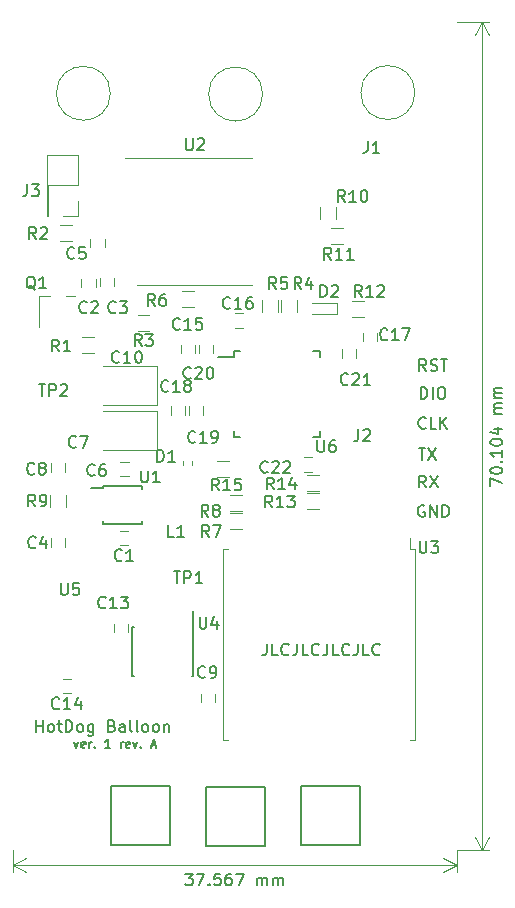
<source format=gbr>
G04 #@! TF.GenerationSoftware,KiCad,Pcbnew,(5.1.4)-1*
G04 #@! TF.CreationDate,2019-11-27T15:40:33+01:00*
G04 #@! TF.ProjectId,picoballoon,7069636f-6261-46c6-9c6f-6f6e2e6b6963,rev?*
G04 #@! TF.SameCoordinates,Original*
G04 #@! TF.FileFunction,Legend,Top*
G04 #@! TF.FilePolarity,Positive*
%FSLAX46Y46*%
G04 Gerber Fmt 4.6, Leading zero omitted, Abs format (unit mm)*
G04 Created by KiCad (PCBNEW (5.1.4)-1) date 2019-11-27 15:40:33*
%MOMM*%
%LPD*%
G04 APERTURE LIST*
%ADD10C,0.150000*%
%ADD11C,0.120000*%
G04 APERTURE END LIST*
D10*
X72578980Y-51379380D02*
X72245647Y-50903190D01*
X72007552Y-51379380D02*
X72007552Y-50379380D01*
X72388504Y-50379380D01*
X72483742Y-50427000D01*
X72531361Y-50474619D01*
X72578980Y-50569857D01*
X72578980Y-50712714D01*
X72531361Y-50807952D01*
X72483742Y-50855571D01*
X72388504Y-50903190D01*
X72007552Y-50903190D01*
X72959933Y-51331761D02*
X73102790Y-51379380D01*
X73340885Y-51379380D01*
X73436123Y-51331761D01*
X73483742Y-51284142D01*
X73531361Y-51188904D01*
X73531361Y-51093666D01*
X73483742Y-50998428D01*
X73436123Y-50950809D01*
X73340885Y-50903190D01*
X73150409Y-50855571D01*
X73055171Y-50807952D01*
X73007552Y-50760333D01*
X72959933Y-50665095D01*
X72959933Y-50569857D01*
X73007552Y-50474619D01*
X73055171Y-50427000D01*
X73150409Y-50379380D01*
X73388504Y-50379380D01*
X73531361Y-50427000D01*
X73817076Y-50379380D02*
X74388504Y-50379380D01*
X74102790Y-51379380D02*
X74102790Y-50379380D01*
X72440895Y-62784100D02*
X72345657Y-62736480D01*
X72202800Y-62736480D01*
X72059942Y-62784100D01*
X71964704Y-62879338D01*
X71917085Y-62974576D01*
X71869466Y-63165052D01*
X71869466Y-63307909D01*
X71917085Y-63498385D01*
X71964704Y-63593623D01*
X72059942Y-63688861D01*
X72202800Y-63736480D01*
X72298038Y-63736480D01*
X72440895Y-63688861D01*
X72488514Y-63641242D01*
X72488514Y-63307909D01*
X72298038Y-63307909D01*
X72917085Y-63736480D02*
X72917085Y-62736480D01*
X73488514Y-63736480D01*
X73488514Y-62736480D01*
X73964704Y-63736480D02*
X73964704Y-62736480D01*
X74202800Y-62736480D01*
X74345657Y-62784100D01*
X74440895Y-62879338D01*
X74488514Y-62974576D01*
X74536133Y-63165052D01*
X74536133Y-63307909D01*
X74488514Y-63498385D01*
X74440895Y-63593623D01*
X74345657Y-63688861D01*
X74202800Y-63736480D01*
X73964704Y-63736480D01*
X72553533Y-61247280D02*
X72220200Y-60771090D01*
X71982104Y-61247280D02*
X71982104Y-60247280D01*
X72363057Y-60247280D01*
X72458295Y-60294900D01*
X72505914Y-60342519D01*
X72553533Y-60437757D01*
X72553533Y-60580614D01*
X72505914Y-60675852D01*
X72458295Y-60723471D01*
X72363057Y-60771090D01*
X71982104Y-60771090D01*
X72886866Y-60247280D02*
X73553533Y-61247280D01*
X73553533Y-60247280D02*
X72886866Y-61247280D01*
X71958295Y-57897780D02*
X72529723Y-57897780D01*
X72244009Y-58897780D02*
X72244009Y-57897780D01*
X72767819Y-57897780D02*
X73434485Y-58897780D01*
X73434485Y-57897780D02*
X72767819Y-58897780D01*
X72556761Y-56186342D02*
X72509142Y-56233961D01*
X72366285Y-56281580D01*
X72271047Y-56281580D01*
X72128190Y-56233961D01*
X72032952Y-56138723D01*
X71985333Y-56043485D01*
X71937714Y-55853009D01*
X71937714Y-55710152D01*
X71985333Y-55519676D01*
X72032952Y-55424438D01*
X72128190Y-55329200D01*
X72271047Y-55281580D01*
X72366285Y-55281580D01*
X72509142Y-55329200D01*
X72556761Y-55376819D01*
X73461523Y-56281580D02*
X72985333Y-56281580D01*
X72985333Y-55281580D01*
X73794857Y-56281580D02*
X73794857Y-55281580D01*
X74366285Y-56281580D02*
X73937714Y-55710152D01*
X74366285Y-55281580D02*
X73794857Y-55853009D01*
X72128190Y-53741580D02*
X72128190Y-52741580D01*
X72366285Y-52741580D01*
X72509142Y-52789200D01*
X72604380Y-52884438D01*
X72652000Y-52979676D01*
X72699619Y-53170152D01*
X72699619Y-53313009D01*
X72652000Y-53503485D01*
X72604380Y-53598723D01*
X72509142Y-53693961D01*
X72366285Y-53741580D01*
X72128190Y-53741580D01*
X73128190Y-53741580D02*
X73128190Y-52741580D01*
X73794857Y-52741580D02*
X73985333Y-52741580D01*
X74080571Y-52789200D01*
X74175809Y-52884438D01*
X74223428Y-53074914D01*
X74223428Y-53408247D01*
X74175809Y-53598723D01*
X74080571Y-53693961D01*
X73985333Y-53741580D01*
X73794857Y-53741580D01*
X73699619Y-53693961D01*
X73604380Y-53598723D01*
X73556761Y-53408247D01*
X73556761Y-53074914D01*
X73604380Y-52884438D01*
X73699619Y-52789200D01*
X73794857Y-52741580D01*
X42789114Y-82795685D02*
X42967685Y-83295685D01*
X43146257Y-82795685D01*
X43717685Y-83259971D02*
X43646257Y-83295685D01*
X43503400Y-83295685D01*
X43431971Y-83259971D01*
X43396257Y-83188542D01*
X43396257Y-82902828D01*
X43431971Y-82831400D01*
X43503400Y-82795685D01*
X43646257Y-82795685D01*
X43717685Y-82831400D01*
X43753400Y-82902828D01*
X43753400Y-82974257D01*
X43396257Y-83045685D01*
X44074828Y-83295685D02*
X44074828Y-82795685D01*
X44074828Y-82938542D02*
X44110542Y-82867114D01*
X44146257Y-82831400D01*
X44217685Y-82795685D01*
X44289114Y-82795685D01*
X44539114Y-83224257D02*
X44574828Y-83259971D01*
X44539114Y-83295685D01*
X44503400Y-83259971D01*
X44539114Y-83224257D01*
X44539114Y-83295685D01*
X45860542Y-83295685D02*
X45431971Y-83295685D01*
X45646257Y-83295685D02*
X45646257Y-82545685D01*
X45574828Y-82652828D01*
X45503400Y-82724257D01*
X45431971Y-82759971D01*
X46753400Y-83295685D02*
X46753400Y-82795685D01*
X46753400Y-82938542D02*
X46789114Y-82867114D01*
X46824828Y-82831400D01*
X46896257Y-82795685D01*
X46967685Y-82795685D01*
X47503400Y-83259971D02*
X47431971Y-83295685D01*
X47289114Y-83295685D01*
X47217685Y-83259971D01*
X47181971Y-83188542D01*
X47181971Y-82902828D01*
X47217685Y-82831400D01*
X47289114Y-82795685D01*
X47431971Y-82795685D01*
X47503400Y-82831400D01*
X47539114Y-82902828D01*
X47539114Y-82974257D01*
X47181971Y-83045685D01*
X47789114Y-82795685D02*
X47967685Y-83295685D01*
X48146257Y-82795685D01*
X48431971Y-83224257D02*
X48467685Y-83259971D01*
X48431971Y-83295685D01*
X48396257Y-83259971D01*
X48431971Y-83224257D01*
X48431971Y-83295685D01*
X49324828Y-83081400D02*
X49681971Y-83081400D01*
X49253400Y-83295685D02*
X49503400Y-82545685D01*
X49753400Y-83295685D01*
X39543742Y-81948280D02*
X39543742Y-80948280D01*
X39543742Y-81424471D02*
X40115171Y-81424471D01*
X40115171Y-81948280D02*
X40115171Y-80948280D01*
X40734219Y-81948280D02*
X40638980Y-81900661D01*
X40591361Y-81853042D01*
X40543742Y-81757804D01*
X40543742Y-81472090D01*
X40591361Y-81376852D01*
X40638980Y-81329233D01*
X40734219Y-81281614D01*
X40877076Y-81281614D01*
X40972314Y-81329233D01*
X41019933Y-81376852D01*
X41067552Y-81472090D01*
X41067552Y-81757804D01*
X41019933Y-81853042D01*
X40972314Y-81900661D01*
X40877076Y-81948280D01*
X40734219Y-81948280D01*
X41353266Y-81281614D02*
X41734219Y-81281614D01*
X41496123Y-80948280D02*
X41496123Y-81805423D01*
X41543742Y-81900661D01*
X41638980Y-81948280D01*
X41734219Y-81948280D01*
X42067552Y-81948280D02*
X42067552Y-80948280D01*
X42305647Y-80948280D01*
X42448504Y-80995900D01*
X42543742Y-81091138D01*
X42591361Y-81186376D01*
X42638980Y-81376852D01*
X42638980Y-81519709D01*
X42591361Y-81710185D01*
X42543742Y-81805423D01*
X42448504Y-81900661D01*
X42305647Y-81948280D01*
X42067552Y-81948280D01*
X43210409Y-81948280D02*
X43115171Y-81900661D01*
X43067552Y-81853042D01*
X43019933Y-81757804D01*
X43019933Y-81472090D01*
X43067552Y-81376852D01*
X43115171Y-81329233D01*
X43210409Y-81281614D01*
X43353266Y-81281614D01*
X43448504Y-81329233D01*
X43496123Y-81376852D01*
X43543742Y-81472090D01*
X43543742Y-81757804D01*
X43496123Y-81853042D01*
X43448504Y-81900661D01*
X43353266Y-81948280D01*
X43210409Y-81948280D01*
X44400885Y-81281614D02*
X44400885Y-82091138D01*
X44353266Y-82186376D01*
X44305647Y-82233995D01*
X44210409Y-82281614D01*
X44067552Y-82281614D01*
X43972314Y-82233995D01*
X44400885Y-81900661D02*
X44305647Y-81948280D01*
X44115171Y-81948280D01*
X44019933Y-81900661D01*
X43972314Y-81853042D01*
X43924695Y-81757804D01*
X43924695Y-81472090D01*
X43972314Y-81376852D01*
X44019933Y-81329233D01*
X44115171Y-81281614D01*
X44305647Y-81281614D01*
X44400885Y-81329233D01*
X45972314Y-81424471D02*
X46115171Y-81472090D01*
X46162790Y-81519709D01*
X46210409Y-81614947D01*
X46210409Y-81757804D01*
X46162790Y-81853042D01*
X46115171Y-81900661D01*
X46019933Y-81948280D01*
X45638980Y-81948280D01*
X45638980Y-80948280D01*
X45972314Y-80948280D01*
X46067552Y-80995900D01*
X46115171Y-81043519D01*
X46162790Y-81138757D01*
X46162790Y-81233995D01*
X46115171Y-81329233D01*
X46067552Y-81376852D01*
X45972314Y-81424471D01*
X45638980Y-81424471D01*
X47067552Y-81948280D02*
X47067552Y-81424471D01*
X47019933Y-81329233D01*
X46924695Y-81281614D01*
X46734219Y-81281614D01*
X46638980Y-81329233D01*
X47067552Y-81900661D02*
X46972314Y-81948280D01*
X46734219Y-81948280D01*
X46638980Y-81900661D01*
X46591361Y-81805423D01*
X46591361Y-81710185D01*
X46638980Y-81614947D01*
X46734219Y-81567328D01*
X46972314Y-81567328D01*
X47067552Y-81519709D01*
X47686600Y-81948280D02*
X47591361Y-81900661D01*
X47543742Y-81805423D01*
X47543742Y-80948280D01*
X48210409Y-81948280D02*
X48115171Y-81900661D01*
X48067552Y-81805423D01*
X48067552Y-80948280D01*
X48734219Y-81948280D02*
X48638980Y-81900661D01*
X48591361Y-81853042D01*
X48543742Y-81757804D01*
X48543742Y-81472090D01*
X48591361Y-81376852D01*
X48638980Y-81329233D01*
X48734219Y-81281614D01*
X48877076Y-81281614D01*
X48972314Y-81329233D01*
X49019933Y-81376852D01*
X49067552Y-81472090D01*
X49067552Y-81757804D01*
X49019933Y-81853042D01*
X48972314Y-81900661D01*
X48877076Y-81948280D01*
X48734219Y-81948280D01*
X49638980Y-81948280D02*
X49543742Y-81900661D01*
X49496123Y-81853042D01*
X49448504Y-81757804D01*
X49448504Y-81472090D01*
X49496123Y-81376852D01*
X49543742Y-81329233D01*
X49638980Y-81281614D01*
X49781838Y-81281614D01*
X49877076Y-81329233D01*
X49924695Y-81376852D01*
X49972314Y-81472090D01*
X49972314Y-81757804D01*
X49924695Y-81853042D01*
X49877076Y-81900661D01*
X49781838Y-81948280D01*
X49638980Y-81948280D01*
X50400885Y-81281614D02*
X50400885Y-81948280D01*
X50400885Y-81376852D02*
X50448504Y-81329233D01*
X50543742Y-81281614D01*
X50686600Y-81281614D01*
X50781838Y-81329233D01*
X50829457Y-81424471D01*
X50829457Y-81948280D01*
X59084152Y-74471280D02*
X59084152Y-75185566D01*
X59036533Y-75328423D01*
X58941295Y-75423661D01*
X58798438Y-75471280D01*
X58703200Y-75471280D01*
X60036533Y-75471280D02*
X59560342Y-75471280D01*
X59560342Y-74471280D01*
X60941295Y-75376042D02*
X60893676Y-75423661D01*
X60750819Y-75471280D01*
X60655580Y-75471280D01*
X60512723Y-75423661D01*
X60417485Y-75328423D01*
X60369866Y-75233185D01*
X60322247Y-75042709D01*
X60322247Y-74899852D01*
X60369866Y-74709376D01*
X60417485Y-74614138D01*
X60512723Y-74518900D01*
X60655580Y-74471280D01*
X60750819Y-74471280D01*
X60893676Y-74518900D01*
X60941295Y-74566519D01*
X61655580Y-74471280D02*
X61655580Y-75185566D01*
X61607961Y-75328423D01*
X61512723Y-75423661D01*
X61369866Y-75471280D01*
X61274628Y-75471280D01*
X62607961Y-75471280D02*
X62131771Y-75471280D01*
X62131771Y-74471280D01*
X63512723Y-75376042D02*
X63465104Y-75423661D01*
X63322247Y-75471280D01*
X63227009Y-75471280D01*
X63084152Y-75423661D01*
X62988914Y-75328423D01*
X62941295Y-75233185D01*
X62893676Y-75042709D01*
X62893676Y-74899852D01*
X62941295Y-74709376D01*
X62988914Y-74614138D01*
X63084152Y-74518900D01*
X63227009Y-74471280D01*
X63322247Y-74471280D01*
X63465104Y-74518900D01*
X63512723Y-74566519D01*
X64227009Y-74471280D02*
X64227009Y-75185566D01*
X64179390Y-75328423D01*
X64084152Y-75423661D01*
X63941295Y-75471280D01*
X63846057Y-75471280D01*
X65179390Y-75471280D02*
X64703200Y-75471280D01*
X64703200Y-74471280D01*
X66084152Y-75376042D02*
X66036533Y-75423661D01*
X65893676Y-75471280D01*
X65798438Y-75471280D01*
X65655580Y-75423661D01*
X65560342Y-75328423D01*
X65512723Y-75233185D01*
X65465104Y-75042709D01*
X65465104Y-74899852D01*
X65512723Y-74709376D01*
X65560342Y-74614138D01*
X65655580Y-74518900D01*
X65798438Y-74471280D01*
X65893676Y-74471280D01*
X66036533Y-74518900D01*
X66084152Y-74566519D01*
X66798438Y-74471280D02*
X66798438Y-75185566D01*
X66750819Y-75328423D01*
X66655580Y-75423661D01*
X66512723Y-75471280D01*
X66417485Y-75471280D01*
X67750819Y-75471280D02*
X67274628Y-75471280D01*
X67274628Y-74471280D01*
X68655580Y-75376042D02*
X68607961Y-75423661D01*
X68465104Y-75471280D01*
X68369866Y-75471280D01*
X68227009Y-75423661D01*
X68131771Y-75328423D01*
X68084152Y-75233185D01*
X68036533Y-75042709D01*
X68036533Y-74899852D01*
X68084152Y-74709376D01*
X68131771Y-74614138D01*
X68227009Y-74518900D01*
X68369866Y-74471280D01*
X68465104Y-74471280D01*
X68607961Y-74518900D01*
X68655580Y-74566519D01*
X78014580Y-61086476D02*
X78014580Y-60419809D01*
X79014580Y-60848380D01*
X78014580Y-59848380D02*
X78014580Y-59753142D01*
X78062200Y-59657904D01*
X78109819Y-59610285D01*
X78205057Y-59562666D01*
X78395533Y-59515047D01*
X78633628Y-59515047D01*
X78824104Y-59562666D01*
X78919342Y-59610285D01*
X78966961Y-59657904D01*
X79014580Y-59753142D01*
X79014580Y-59848380D01*
X78966961Y-59943619D01*
X78919342Y-59991238D01*
X78824104Y-60038857D01*
X78633628Y-60086476D01*
X78395533Y-60086476D01*
X78205057Y-60038857D01*
X78109819Y-59991238D01*
X78062200Y-59943619D01*
X78014580Y-59848380D01*
X78919342Y-59086476D02*
X78966961Y-59038857D01*
X79014580Y-59086476D01*
X78966961Y-59134095D01*
X78919342Y-59086476D01*
X79014580Y-59086476D01*
X79014580Y-58086476D02*
X79014580Y-58657904D01*
X79014580Y-58372190D02*
X78014580Y-58372190D01*
X78157438Y-58467428D01*
X78252676Y-58562666D01*
X78300295Y-58657904D01*
X78014580Y-57467428D02*
X78014580Y-57372190D01*
X78062200Y-57276952D01*
X78109819Y-57229333D01*
X78205057Y-57181714D01*
X78395533Y-57134095D01*
X78633628Y-57134095D01*
X78824104Y-57181714D01*
X78919342Y-57229333D01*
X78966961Y-57276952D01*
X79014580Y-57372190D01*
X79014580Y-57467428D01*
X78966961Y-57562666D01*
X78919342Y-57610285D01*
X78824104Y-57657904D01*
X78633628Y-57705523D01*
X78395533Y-57705523D01*
X78205057Y-57657904D01*
X78109819Y-57610285D01*
X78062200Y-57562666D01*
X78014580Y-57467428D01*
X78347914Y-56276952D02*
X79014580Y-56276952D01*
X77966961Y-56515047D02*
X78681247Y-56753142D01*
X78681247Y-56134095D01*
X79014580Y-54991238D02*
X78347914Y-54991238D01*
X78443152Y-54991238D02*
X78395533Y-54943619D01*
X78347914Y-54848380D01*
X78347914Y-54705523D01*
X78395533Y-54610285D01*
X78490771Y-54562666D01*
X79014580Y-54562666D01*
X78490771Y-54562666D02*
X78395533Y-54515047D01*
X78347914Y-54419809D01*
X78347914Y-54276952D01*
X78395533Y-54181714D01*
X78490771Y-54134095D01*
X79014580Y-54134095D01*
X79014580Y-53657904D02*
X78347914Y-53657904D01*
X78443152Y-53657904D02*
X78395533Y-53610285D01*
X78347914Y-53515047D01*
X78347914Y-53372190D01*
X78395533Y-53276952D01*
X78490771Y-53229333D01*
X79014580Y-53229333D01*
X78490771Y-53229333D02*
X78395533Y-53181714D01*
X78347914Y-53086476D01*
X78347914Y-52943619D01*
X78395533Y-52848380D01*
X78490771Y-52800761D01*
X79014580Y-52800761D01*
D11*
X77292200Y-91948000D02*
X77292200Y-21844000D01*
X75184000Y-91948000D02*
X77878621Y-91948000D01*
X75184000Y-21844000D02*
X77878621Y-21844000D01*
X77292200Y-21844000D02*
X77878621Y-22970504D01*
X77292200Y-21844000D02*
X76705779Y-22970504D01*
X77292200Y-91948000D02*
X77878621Y-90821496D01*
X77292200Y-91948000D02*
X76705779Y-90821496D01*
D10*
X52198205Y-93948147D02*
X52817253Y-93947938D01*
X52484048Y-94329003D01*
X52626906Y-94328955D01*
X52722160Y-94376541D01*
X52769795Y-94424144D01*
X52817446Y-94519366D01*
X52817527Y-94757462D01*
X52769940Y-94852716D01*
X52722337Y-94900351D01*
X52627115Y-94948002D01*
X52341401Y-94948099D01*
X52246146Y-94900512D01*
X52198511Y-94852909D01*
X53150586Y-93947825D02*
X53817253Y-93947600D01*
X53389020Y-94947745D01*
X54198511Y-94852233D02*
X54246146Y-94899836D01*
X54198543Y-94947471D01*
X54150908Y-94899868D01*
X54198511Y-94852233D01*
X54198543Y-94947471D01*
X55150586Y-93947149D02*
X54674396Y-93947310D01*
X54626938Y-94423517D01*
X54674541Y-94375881D01*
X54769763Y-94328230D01*
X55007858Y-94328150D01*
X55103112Y-94375737D01*
X55150747Y-94423339D01*
X55198398Y-94518561D01*
X55198479Y-94756657D01*
X55150892Y-94851911D01*
X55103289Y-94899546D01*
X55008067Y-94947197D01*
X54769972Y-94947278D01*
X54674718Y-94899691D01*
X54627083Y-94852088D01*
X56055348Y-93946843D02*
X55864872Y-93946908D01*
X55769650Y-93994559D01*
X55722047Y-94042194D01*
X55626857Y-94185083D01*
X55579302Y-94375576D01*
X55579431Y-94756528D01*
X55627083Y-94851750D01*
X55674718Y-94899353D01*
X55769972Y-94946940D01*
X55960448Y-94946875D01*
X56055670Y-94899224D01*
X56103273Y-94851589D01*
X56150860Y-94756335D01*
X56150779Y-94518240D01*
X56103128Y-94423018D01*
X56055493Y-94375415D01*
X55960239Y-94327828D01*
X55769763Y-94327892D01*
X55674541Y-94375543D01*
X55626938Y-94423179D01*
X55579351Y-94518433D01*
X56483919Y-93946698D02*
X57150586Y-93946473D01*
X56722353Y-94946618D01*
X58293781Y-94946086D02*
X58293556Y-94279420D01*
X58293588Y-94374658D02*
X58341191Y-94327023D01*
X58436413Y-94279372D01*
X58579270Y-94279323D01*
X58674524Y-94326910D01*
X58722176Y-94422132D01*
X58722353Y-94945942D01*
X58722176Y-94422132D02*
X58769762Y-94326878D01*
X58864984Y-94279227D01*
X59007842Y-94279178D01*
X59103096Y-94326765D01*
X59150747Y-94421987D01*
X59150924Y-94945797D01*
X59627114Y-94945636D02*
X59626889Y-94278969D01*
X59626921Y-94374207D02*
X59674524Y-94326572D01*
X59769746Y-94278921D01*
X59912603Y-94278873D01*
X60007858Y-94326459D01*
X60055509Y-94421681D01*
X60055686Y-94945491D01*
X60055509Y-94421681D02*
X60103096Y-94326427D01*
X60198318Y-94278776D01*
X60341175Y-94278728D01*
X60436429Y-94326314D01*
X60484080Y-94421536D01*
X60484257Y-94945346D01*
D11*
X37605138Y-93230700D02*
X75171738Y-93218000D01*
X37604700Y-91935300D02*
X37605336Y-93817121D01*
X75171300Y-91922600D02*
X75171936Y-93804421D01*
X75171738Y-93218000D02*
X74045433Y-93804802D01*
X75171738Y-93218000D02*
X74045036Y-92631960D01*
X37605138Y-93230700D02*
X38731840Y-93816740D01*
X37605138Y-93230700D02*
X38731443Y-92643898D01*
X46640000Y-64932000D02*
X47340000Y-64932000D01*
X47340000Y-66132000D02*
X46640000Y-66132000D01*
X44605500Y-43592000D02*
X44605500Y-44292000D01*
X43405500Y-44292000D02*
X43405500Y-43592000D01*
X44993000Y-44228500D02*
X44993000Y-43528500D01*
X46193000Y-43528500D02*
X46193000Y-44228500D01*
X42002000Y-65550300D02*
X42002000Y-66250300D01*
X40802000Y-66250300D02*
X40802000Y-65550300D01*
X45367500Y-40226500D02*
X45367500Y-40926500D01*
X44167500Y-40926500D02*
X44167500Y-40226500D01*
X46703500Y-59090000D02*
X47403500Y-59090000D01*
X47403500Y-60290000D02*
X46703500Y-60290000D01*
X49790000Y-58038000D02*
X49790000Y-54738000D01*
X49790000Y-54738000D02*
X45240000Y-54738000D01*
X49790000Y-58038000D02*
X45240000Y-58038000D01*
X40814700Y-59913000D02*
X40814700Y-59213000D01*
X42014700Y-59213000D02*
X42014700Y-59913000D01*
X54689300Y-78694800D02*
X54689300Y-79394800D01*
X53489300Y-79394800D02*
X53489300Y-78694800D01*
X49790000Y-54228000D02*
X45240000Y-54228000D01*
X49790000Y-50928000D02*
X45240000Y-50928000D01*
X49790000Y-54228000D02*
X49790000Y-50928000D01*
X47336000Y-72776600D02*
X47336000Y-73476600D01*
X46136000Y-73476600D02*
X46136000Y-72776600D01*
X41814000Y-77479600D02*
X42514000Y-77479600D01*
X42514000Y-78679600D02*
X41814000Y-78679600D01*
X51851000Y-49880000D02*
X51851000Y-49180000D01*
X53051000Y-49180000D02*
X53051000Y-49880000D01*
X57119000Y-47717000D02*
X56419000Y-47717000D01*
X56419000Y-46517000D02*
X57119000Y-46517000D01*
X67218000Y-48876000D02*
X67218000Y-48176000D01*
X68418000Y-48176000D02*
X68418000Y-48876000D01*
X52162000Y-54387000D02*
X52162000Y-55087000D01*
X50962000Y-55087000D02*
X50962000Y-54387000D01*
X52486000Y-55087000D02*
X52486000Y-54387000D01*
X53686000Y-54387000D02*
X53686000Y-55087000D01*
X65054000Y-46601000D02*
X62954000Y-46601000D01*
X65054000Y-45601000D02*
X62954000Y-45601000D01*
X65054000Y-46601000D02*
X65054000Y-45601000D01*
X43138400Y-38261600D02*
X43138400Y-36991600D01*
X41808400Y-38261600D02*
X43138400Y-38261600D01*
X40538400Y-35661600D02*
X40538400Y-38261600D01*
X43138400Y-35661600D02*
X40538400Y-35661600D01*
X43138400Y-33061600D02*
X43138400Y-35661600D01*
X40478400Y-33061600D02*
X43138400Y-33061600D01*
X40478400Y-38261600D02*
X40478400Y-33061600D01*
X40538400Y-38261600D02*
X40478400Y-38261600D01*
X39802000Y-45060500D02*
X40752000Y-45060500D01*
X39802000Y-47660500D02*
X39802000Y-45060500D01*
X42052000Y-45060500D02*
X42852000Y-45060500D01*
X44442000Y-49892500D02*
X43442000Y-49892500D01*
X43442000Y-48532500D02*
X44442000Y-48532500D01*
X41600500Y-39007500D02*
X42600500Y-39007500D01*
X42600500Y-40367500D02*
X41600500Y-40367500D01*
X49153700Y-48038300D02*
X48153700Y-48038300D01*
X48153700Y-46678300D02*
X49153700Y-46678300D01*
X61690800Y-45372400D02*
X61690800Y-46372400D01*
X60330800Y-46372400D02*
X60330800Y-45372400D01*
X58654400Y-46372400D02*
X58654400Y-45372400D01*
X60014400Y-45372400D02*
X60014400Y-46372400D01*
X52951000Y-45955500D02*
X51951000Y-45955500D01*
X51951000Y-44595500D02*
X52951000Y-44595500D01*
X56989600Y-64789600D02*
X55989600Y-64789600D01*
X55989600Y-63429600D02*
X56989600Y-63429600D01*
X56989600Y-63214800D02*
X55989600Y-63214800D01*
X55989600Y-61854800D02*
X56989600Y-61854800D01*
X40747400Y-62882400D02*
X40747400Y-61882400D01*
X42107400Y-61882400D02*
X42107400Y-62882400D01*
X63582000Y-38523800D02*
X63582000Y-37523800D01*
X64942000Y-37523800D02*
X64942000Y-38523800D01*
X64540000Y-39260000D02*
X65540000Y-39260000D01*
X65540000Y-40620000D02*
X64540000Y-40620000D01*
X66302000Y-45421000D02*
X67302000Y-45421000D01*
X67302000Y-46781000D02*
X66302000Y-46781000D01*
X62492000Y-61677000D02*
X63492000Y-61677000D01*
X63492000Y-63037000D02*
X62492000Y-63037000D01*
X63492000Y-61513000D02*
X62492000Y-61513000D01*
X62492000Y-60153000D02*
X63492000Y-60153000D01*
X55872000Y-60370000D02*
X54872000Y-60370000D01*
X54872000Y-59010000D02*
X55872000Y-59010000D01*
D10*
X45264000Y-61282000D02*
X44189000Y-61282000D01*
X45264000Y-64357000D02*
X48514000Y-64357000D01*
X45264000Y-61107000D02*
X48514000Y-61107000D01*
X45264000Y-64357000D02*
X45264000Y-64082000D01*
X48514000Y-64357000D02*
X48514000Y-64082000D01*
X48514000Y-61107000D02*
X48514000Y-61382000D01*
X45264000Y-61107000D02*
X45264000Y-61282000D01*
D11*
X48109000Y-44085000D02*
X57809000Y-44085000D01*
X47109000Y-33385000D02*
X57809000Y-33385000D01*
X71250000Y-66449000D02*
X71250000Y-65549000D01*
X71600000Y-66449000D02*
X71250000Y-66449000D01*
X55400000Y-82649000D02*
X55800000Y-82649000D01*
X55400000Y-66449000D02*
X55400000Y-82649000D01*
X55800000Y-66449000D02*
X55400000Y-66449000D01*
X71600000Y-82649000D02*
X71200000Y-82649000D01*
X71600000Y-66449000D02*
X71600000Y-82649000D01*
D10*
X52817000Y-73083600D02*
X52817000Y-71683600D01*
X47717000Y-73083600D02*
X47717000Y-77233600D01*
X52867000Y-73083600D02*
X52867000Y-77233600D01*
X47717000Y-73083600D02*
X47862000Y-73083600D01*
X47717000Y-77233600D02*
X47862000Y-77233600D01*
X52867000Y-77233600D02*
X52722000Y-77233600D01*
X52867000Y-73083600D02*
X52817000Y-73083600D01*
X56319000Y-50165000D02*
X54944000Y-50165000D01*
X63569000Y-49715000D02*
X63044000Y-49715000D01*
X63569000Y-56965000D02*
X63044000Y-56965000D01*
X56319000Y-56965000D02*
X56844000Y-56965000D01*
X56319000Y-49715000D02*
X56844000Y-49715000D01*
X56319000Y-56965000D02*
X56319000Y-56440000D01*
X63569000Y-56965000D02*
X63569000Y-56440000D01*
X63569000Y-49715000D02*
X63569000Y-50240000D01*
X56319000Y-49715000D02*
X56319000Y-50165000D01*
X53939440Y-86641940D02*
X58938160Y-86641940D01*
X58938160Y-86641940D02*
X58938160Y-91640660D01*
X58938160Y-91640660D02*
X53939440Y-91640660D01*
X53939440Y-91640660D02*
X53939440Y-86641940D01*
X45887640Y-86527640D02*
X50886360Y-86527640D01*
X50886360Y-86527640D02*
X50886360Y-91526360D01*
X50886360Y-91526360D02*
X45887640Y-91526360D01*
X45887640Y-91526360D02*
X45887640Y-86527640D01*
X61953140Y-91526360D02*
X61953140Y-86527640D01*
X66951860Y-91526360D02*
X61953140Y-91526360D01*
X66951860Y-86527640D02*
X66951860Y-91526360D01*
X61953140Y-86527640D02*
X66951860Y-86527640D01*
D11*
X51989800Y-59021800D02*
X51989800Y-59321800D01*
X52759800Y-59021800D02*
X52759800Y-59321800D01*
X53375000Y-49880000D02*
X53375000Y-49180000D01*
X54575000Y-49180000D02*
X54575000Y-49880000D01*
X65440000Y-50261000D02*
X65440000Y-49561000D01*
X66640000Y-49561000D02*
X66640000Y-50261000D01*
X62961000Y-59909000D02*
X62261000Y-59909000D01*
X62261000Y-58709000D02*
X62961000Y-58709000D01*
X45847000Y-27876500D02*
G75*
G03X45847000Y-27876500I-2286000J0D01*
G01*
X58737500Y-27940000D02*
G75*
G03X58737500Y-27940000I-2286000J0D01*
G01*
X71628000Y-27813000D02*
G75*
G03X71628000Y-27813000I-2286000J0D01*
G01*
D10*
X46823333Y-67389142D02*
X46775714Y-67436761D01*
X46632857Y-67484380D01*
X46537619Y-67484380D01*
X46394761Y-67436761D01*
X46299523Y-67341523D01*
X46251904Y-67246285D01*
X46204285Y-67055809D01*
X46204285Y-66912952D01*
X46251904Y-66722476D01*
X46299523Y-66627238D01*
X46394761Y-66532000D01*
X46537619Y-66484380D01*
X46632857Y-66484380D01*
X46775714Y-66532000D01*
X46823333Y-66579619D01*
X47775714Y-67484380D02*
X47204285Y-67484380D01*
X47490000Y-67484380D02*
X47490000Y-66484380D01*
X47394761Y-66627238D01*
X47299523Y-66722476D01*
X47204285Y-66770095D01*
X43838833Y-46394642D02*
X43791214Y-46442261D01*
X43648357Y-46489880D01*
X43553119Y-46489880D01*
X43410261Y-46442261D01*
X43315023Y-46347023D01*
X43267404Y-46251785D01*
X43219785Y-46061309D01*
X43219785Y-45918452D01*
X43267404Y-45727976D01*
X43315023Y-45632738D01*
X43410261Y-45537500D01*
X43553119Y-45489880D01*
X43648357Y-45489880D01*
X43791214Y-45537500D01*
X43838833Y-45585119D01*
X44219785Y-45585119D02*
X44267404Y-45537500D01*
X44362642Y-45489880D01*
X44600738Y-45489880D01*
X44695976Y-45537500D01*
X44743595Y-45585119D01*
X44791214Y-45680357D01*
X44791214Y-45775595D01*
X44743595Y-45918452D01*
X44172166Y-46489880D01*
X44791214Y-46489880D01*
X46289933Y-46394642D02*
X46242314Y-46442261D01*
X46099457Y-46489880D01*
X46004219Y-46489880D01*
X45861361Y-46442261D01*
X45766123Y-46347023D01*
X45718504Y-46251785D01*
X45670885Y-46061309D01*
X45670885Y-45918452D01*
X45718504Y-45727976D01*
X45766123Y-45632738D01*
X45861361Y-45537500D01*
X46004219Y-45489880D01*
X46099457Y-45489880D01*
X46242314Y-45537500D01*
X46289933Y-45585119D01*
X46623266Y-45489880D02*
X47242314Y-45489880D01*
X46908980Y-45870833D01*
X47051838Y-45870833D01*
X47147076Y-45918452D01*
X47194695Y-45966071D01*
X47242314Y-46061309D01*
X47242314Y-46299404D01*
X47194695Y-46394642D01*
X47147076Y-46442261D01*
X47051838Y-46489880D01*
X46766123Y-46489880D01*
X46670885Y-46442261D01*
X46623266Y-46394642D01*
X39520833Y-66295542D02*
X39473214Y-66343161D01*
X39330357Y-66390780D01*
X39235119Y-66390780D01*
X39092261Y-66343161D01*
X38997023Y-66247923D01*
X38949404Y-66152685D01*
X38901785Y-65962209D01*
X38901785Y-65819352D01*
X38949404Y-65628876D01*
X38997023Y-65533638D01*
X39092261Y-65438400D01*
X39235119Y-65390780D01*
X39330357Y-65390780D01*
X39473214Y-65438400D01*
X39520833Y-65486019D01*
X40377976Y-65724114D02*
X40377976Y-66390780D01*
X40139880Y-65343161D02*
X39901785Y-66057447D01*
X40520833Y-66057447D01*
X42797433Y-41797242D02*
X42749814Y-41844861D01*
X42606957Y-41892480D01*
X42511719Y-41892480D01*
X42368861Y-41844861D01*
X42273623Y-41749623D01*
X42226004Y-41654385D01*
X42178385Y-41463909D01*
X42178385Y-41321052D01*
X42226004Y-41130576D01*
X42273623Y-41035338D01*
X42368861Y-40940100D01*
X42511719Y-40892480D01*
X42606957Y-40892480D01*
X42749814Y-40940100D01*
X42797433Y-40987719D01*
X43702195Y-40892480D02*
X43226004Y-40892480D01*
X43178385Y-41368671D01*
X43226004Y-41321052D01*
X43321242Y-41273433D01*
X43559338Y-41273433D01*
X43654576Y-41321052D01*
X43702195Y-41368671D01*
X43749814Y-41463909D01*
X43749814Y-41702004D01*
X43702195Y-41797242D01*
X43654576Y-41844861D01*
X43559338Y-41892480D01*
X43321242Y-41892480D01*
X43226004Y-41844861D01*
X43178385Y-41797242D01*
X44511933Y-60174142D02*
X44464314Y-60221761D01*
X44321457Y-60269380D01*
X44226219Y-60269380D01*
X44083361Y-60221761D01*
X43988123Y-60126523D01*
X43940504Y-60031285D01*
X43892885Y-59840809D01*
X43892885Y-59697952D01*
X43940504Y-59507476D01*
X43988123Y-59412238D01*
X44083361Y-59317000D01*
X44226219Y-59269380D01*
X44321457Y-59269380D01*
X44464314Y-59317000D01*
X44511933Y-59364619D01*
X45369076Y-59269380D02*
X45178600Y-59269380D01*
X45083361Y-59317000D01*
X45035742Y-59364619D01*
X44940504Y-59507476D01*
X44892885Y-59697952D01*
X44892885Y-60078904D01*
X44940504Y-60174142D01*
X44988123Y-60221761D01*
X45083361Y-60269380D01*
X45273838Y-60269380D01*
X45369076Y-60221761D01*
X45416695Y-60174142D01*
X45464314Y-60078904D01*
X45464314Y-59840809D01*
X45416695Y-59745571D01*
X45369076Y-59697952D01*
X45273838Y-59650333D01*
X45083361Y-59650333D01*
X44988123Y-59697952D01*
X44940504Y-59745571D01*
X44892885Y-59840809D01*
X42937133Y-57786542D02*
X42889514Y-57834161D01*
X42746657Y-57881780D01*
X42651419Y-57881780D01*
X42508561Y-57834161D01*
X42413323Y-57738923D01*
X42365704Y-57643685D01*
X42318085Y-57453209D01*
X42318085Y-57310352D01*
X42365704Y-57119876D01*
X42413323Y-57024638D01*
X42508561Y-56929400D01*
X42651419Y-56881780D01*
X42746657Y-56881780D01*
X42889514Y-56929400D01*
X42937133Y-56977019D01*
X43270466Y-56881780D02*
X43937133Y-56881780D01*
X43508561Y-57881780D01*
X39406533Y-60059842D02*
X39358914Y-60107461D01*
X39216057Y-60155080D01*
X39120819Y-60155080D01*
X38977961Y-60107461D01*
X38882723Y-60012223D01*
X38835104Y-59916985D01*
X38787485Y-59726509D01*
X38787485Y-59583652D01*
X38835104Y-59393176D01*
X38882723Y-59297938D01*
X38977961Y-59202700D01*
X39120819Y-59155080D01*
X39216057Y-59155080D01*
X39358914Y-59202700D01*
X39406533Y-59250319D01*
X39977961Y-59583652D02*
X39882723Y-59536033D01*
X39835104Y-59488414D01*
X39787485Y-59393176D01*
X39787485Y-59345557D01*
X39835104Y-59250319D01*
X39882723Y-59202700D01*
X39977961Y-59155080D01*
X40168438Y-59155080D01*
X40263676Y-59202700D01*
X40311295Y-59250319D01*
X40358914Y-59345557D01*
X40358914Y-59393176D01*
X40311295Y-59488414D01*
X40263676Y-59536033D01*
X40168438Y-59583652D01*
X39977961Y-59583652D01*
X39882723Y-59631271D01*
X39835104Y-59678890D01*
X39787485Y-59774128D01*
X39787485Y-59964604D01*
X39835104Y-60059842D01*
X39882723Y-60107461D01*
X39977961Y-60155080D01*
X40168438Y-60155080D01*
X40263676Y-60107461D01*
X40311295Y-60059842D01*
X40358914Y-59964604D01*
X40358914Y-59774128D01*
X40311295Y-59678890D01*
X40263676Y-59631271D01*
X40168438Y-59583652D01*
X53871833Y-77281042D02*
X53824214Y-77328661D01*
X53681357Y-77376280D01*
X53586119Y-77376280D01*
X53443261Y-77328661D01*
X53348023Y-77233423D01*
X53300404Y-77138185D01*
X53252785Y-76947709D01*
X53252785Y-76804852D01*
X53300404Y-76614376D01*
X53348023Y-76519138D01*
X53443261Y-76423900D01*
X53586119Y-76376280D01*
X53681357Y-76376280D01*
X53824214Y-76423900D01*
X53871833Y-76471519D01*
X54348023Y-77376280D02*
X54538500Y-77376280D01*
X54633738Y-77328661D01*
X54681357Y-77281042D01*
X54776595Y-77138185D01*
X54824214Y-76947709D01*
X54824214Y-76566757D01*
X54776595Y-76471519D01*
X54728976Y-76423900D01*
X54633738Y-76376280D01*
X54443261Y-76376280D01*
X54348023Y-76423900D01*
X54300404Y-76471519D01*
X54252785Y-76566757D01*
X54252785Y-76804852D01*
X54300404Y-76900090D01*
X54348023Y-76947709D01*
X54443261Y-76995328D01*
X54633738Y-76995328D01*
X54728976Y-76947709D01*
X54776595Y-76900090D01*
X54824214Y-76804852D01*
X46601142Y-50598342D02*
X46553523Y-50645961D01*
X46410666Y-50693580D01*
X46315428Y-50693580D01*
X46172571Y-50645961D01*
X46077333Y-50550723D01*
X46029714Y-50455485D01*
X45982095Y-50265009D01*
X45982095Y-50122152D01*
X46029714Y-49931676D01*
X46077333Y-49836438D01*
X46172571Y-49741200D01*
X46315428Y-49693580D01*
X46410666Y-49693580D01*
X46553523Y-49741200D01*
X46601142Y-49788819D01*
X47553523Y-50693580D02*
X46982095Y-50693580D01*
X47267809Y-50693580D02*
X47267809Y-49693580D01*
X47172571Y-49836438D01*
X47077333Y-49931676D01*
X46982095Y-49979295D01*
X48172571Y-49693580D02*
X48267809Y-49693580D01*
X48363047Y-49741200D01*
X48410666Y-49788819D01*
X48458285Y-49884057D01*
X48505904Y-50074533D01*
X48505904Y-50312628D01*
X48458285Y-50503104D01*
X48410666Y-50598342D01*
X48363047Y-50645961D01*
X48267809Y-50693580D01*
X48172571Y-50693580D01*
X48077333Y-50645961D01*
X48029714Y-50598342D01*
X47982095Y-50503104D01*
X47934476Y-50312628D01*
X47934476Y-50074533D01*
X47982095Y-49884057D01*
X48029714Y-49788819D01*
X48077333Y-49741200D01*
X48172571Y-49693580D01*
X45445442Y-71388242D02*
X45397823Y-71435861D01*
X45254966Y-71483480D01*
X45159728Y-71483480D01*
X45016871Y-71435861D01*
X44921633Y-71340623D01*
X44874014Y-71245385D01*
X44826395Y-71054909D01*
X44826395Y-70912052D01*
X44874014Y-70721576D01*
X44921633Y-70626338D01*
X45016871Y-70531100D01*
X45159728Y-70483480D01*
X45254966Y-70483480D01*
X45397823Y-70531100D01*
X45445442Y-70578719D01*
X46397823Y-71483480D02*
X45826395Y-71483480D01*
X46112109Y-71483480D02*
X46112109Y-70483480D01*
X46016871Y-70626338D01*
X45921633Y-70721576D01*
X45826395Y-70769195D01*
X46731157Y-70483480D02*
X47350204Y-70483480D01*
X47016871Y-70864433D01*
X47159728Y-70864433D01*
X47254966Y-70912052D01*
X47302585Y-70959671D01*
X47350204Y-71054909D01*
X47350204Y-71293004D01*
X47302585Y-71388242D01*
X47254966Y-71435861D01*
X47159728Y-71483480D01*
X46874014Y-71483480D01*
X46778776Y-71435861D01*
X46731157Y-71388242D01*
X41521142Y-79936742D02*
X41473523Y-79984361D01*
X41330666Y-80031980D01*
X41235428Y-80031980D01*
X41092571Y-79984361D01*
X40997333Y-79889123D01*
X40949714Y-79793885D01*
X40902095Y-79603409D01*
X40902095Y-79460552D01*
X40949714Y-79270076D01*
X40997333Y-79174838D01*
X41092571Y-79079600D01*
X41235428Y-79031980D01*
X41330666Y-79031980D01*
X41473523Y-79079600D01*
X41521142Y-79127219D01*
X42473523Y-80031980D02*
X41902095Y-80031980D01*
X42187809Y-80031980D02*
X42187809Y-79031980D01*
X42092571Y-79174838D01*
X41997333Y-79270076D01*
X41902095Y-79317695D01*
X43330666Y-79365314D02*
X43330666Y-80031980D01*
X43092571Y-78984361D02*
X42854476Y-79698647D01*
X43473523Y-79698647D01*
X51731942Y-47804342D02*
X51684323Y-47851961D01*
X51541466Y-47899580D01*
X51446228Y-47899580D01*
X51303371Y-47851961D01*
X51208133Y-47756723D01*
X51160514Y-47661485D01*
X51112895Y-47471009D01*
X51112895Y-47328152D01*
X51160514Y-47137676D01*
X51208133Y-47042438D01*
X51303371Y-46947200D01*
X51446228Y-46899580D01*
X51541466Y-46899580D01*
X51684323Y-46947200D01*
X51731942Y-46994819D01*
X52684323Y-47899580D02*
X52112895Y-47899580D01*
X52398609Y-47899580D02*
X52398609Y-46899580D01*
X52303371Y-47042438D01*
X52208133Y-47137676D01*
X52112895Y-47185295D01*
X53589085Y-46899580D02*
X53112895Y-46899580D01*
X53065276Y-47375771D01*
X53112895Y-47328152D01*
X53208133Y-47280533D01*
X53446228Y-47280533D01*
X53541466Y-47328152D01*
X53589085Y-47375771D01*
X53636704Y-47471009D01*
X53636704Y-47709104D01*
X53589085Y-47804342D01*
X53541466Y-47851961D01*
X53446228Y-47899580D01*
X53208133Y-47899580D01*
X53112895Y-47851961D01*
X53065276Y-47804342D01*
X55999142Y-46026342D02*
X55951523Y-46073961D01*
X55808666Y-46121580D01*
X55713428Y-46121580D01*
X55570571Y-46073961D01*
X55475333Y-45978723D01*
X55427714Y-45883485D01*
X55380095Y-45693009D01*
X55380095Y-45550152D01*
X55427714Y-45359676D01*
X55475333Y-45264438D01*
X55570571Y-45169200D01*
X55713428Y-45121580D01*
X55808666Y-45121580D01*
X55951523Y-45169200D01*
X55999142Y-45216819D01*
X56951523Y-46121580D02*
X56380095Y-46121580D01*
X56665809Y-46121580D02*
X56665809Y-45121580D01*
X56570571Y-45264438D01*
X56475333Y-45359676D01*
X56380095Y-45407295D01*
X57808666Y-45121580D02*
X57618190Y-45121580D01*
X57522952Y-45169200D01*
X57475333Y-45216819D01*
X57380095Y-45359676D01*
X57332476Y-45550152D01*
X57332476Y-45931104D01*
X57380095Y-46026342D01*
X57427714Y-46073961D01*
X57522952Y-46121580D01*
X57713428Y-46121580D01*
X57808666Y-46073961D01*
X57856285Y-46026342D01*
X57903904Y-45931104D01*
X57903904Y-45693009D01*
X57856285Y-45597771D01*
X57808666Y-45550152D01*
X57713428Y-45502533D01*
X57522952Y-45502533D01*
X57427714Y-45550152D01*
X57380095Y-45597771D01*
X57332476Y-45693009D01*
X69296042Y-48693342D02*
X69248423Y-48740961D01*
X69105566Y-48788580D01*
X69010328Y-48788580D01*
X68867471Y-48740961D01*
X68772233Y-48645723D01*
X68724614Y-48550485D01*
X68676995Y-48360009D01*
X68676995Y-48217152D01*
X68724614Y-48026676D01*
X68772233Y-47931438D01*
X68867471Y-47836200D01*
X69010328Y-47788580D01*
X69105566Y-47788580D01*
X69248423Y-47836200D01*
X69296042Y-47883819D01*
X70248423Y-48788580D02*
X69676995Y-48788580D01*
X69962709Y-48788580D02*
X69962709Y-47788580D01*
X69867471Y-47931438D01*
X69772233Y-48026676D01*
X69676995Y-48074295D01*
X70581757Y-47788580D02*
X71248423Y-47788580D01*
X70819852Y-48788580D01*
X50766742Y-53074842D02*
X50719123Y-53122461D01*
X50576266Y-53170080D01*
X50481028Y-53170080D01*
X50338171Y-53122461D01*
X50242933Y-53027223D01*
X50195314Y-52931985D01*
X50147695Y-52741509D01*
X50147695Y-52598652D01*
X50195314Y-52408176D01*
X50242933Y-52312938D01*
X50338171Y-52217700D01*
X50481028Y-52170080D01*
X50576266Y-52170080D01*
X50719123Y-52217700D01*
X50766742Y-52265319D01*
X51719123Y-53170080D02*
X51147695Y-53170080D01*
X51433409Y-53170080D02*
X51433409Y-52170080D01*
X51338171Y-52312938D01*
X51242933Y-52408176D01*
X51147695Y-52455795D01*
X52290552Y-52598652D02*
X52195314Y-52551033D01*
X52147695Y-52503414D01*
X52100076Y-52408176D01*
X52100076Y-52360557D01*
X52147695Y-52265319D01*
X52195314Y-52217700D01*
X52290552Y-52170080D01*
X52481028Y-52170080D01*
X52576266Y-52217700D01*
X52623885Y-52265319D01*
X52671504Y-52360557D01*
X52671504Y-52408176D01*
X52623885Y-52503414D01*
X52576266Y-52551033D01*
X52481028Y-52598652D01*
X52290552Y-52598652D01*
X52195314Y-52646271D01*
X52147695Y-52693890D01*
X52100076Y-52789128D01*
X52100076Y-52979604D01*
X52147695Y-53074842D01*
X52195314Y-53122461D01*
X52290552Y-53170080D01*
X52481028Y-53170080D01*
X52576266Y-53122461D01*
X52623885Y-53074842D01*
X52671504Y-52979604D01*
X52671504Y-52789128D01*
X52623885Y-52693890D01*
X52576266Y-52646271D01*
X52481028Y-52598652D01*
X53040042Y-57380142D02*
X52992423Y-57427761D01*
X52849566Y-57475380D01*
X52754328Y-57475380D01*
X52611471Y-57427761D01*
X52516233Y-57332523D01*
X52468614Y-57237285D01*
X52420995Y-57046809D01*
X52420995Y-56903952D01*
X52468614Y-56713476D01*
X52516233Y-56618238D01*
X52611471Y-56523000D01*
X52754328Y-56475380D01*
X52849566Y-56475380D01*
X52992423Y-56523000D01*
X53040042Y-56570619D01*
X53992423Y-57475380D02*
X53420995Y-57475380D01*
X53706709Y-57475380D02*
X53706709Y-56475380D01*
X53611471Y-56618238D01*
X53516233Y-56713476D01*
X53420995Y-56761095D01*
X54468614Y-57475380D02*
X54659090Y-57475380D01*
X54754328Y-57427761D01*
X54801947Y-57380142D01*
X54897185Y-57237285D01*
X54944804Y-57046809D01*
X54944804Y-56665857D01*
X54897185Y-56570619D01*
X54849566Y-56523000D01*
X54754328Y-56475380D01*
X54563852Y-56475380D01*
X54468614Y-56523000D01*
X54420995Y-56570619D01*
X54373376Y-56665857D01*
X54373376Y-56903952D01*
X54420995Y-56999190D01*
X54468614Y-57046809D01*
X54563852Y-57094428D01*
X54754328Y-57094428D01*
X54849566Y-57046809D01*
X54897185Y-56999190D01*
X54944804Y-56903952D01*
X63625504Y-45105580D02*
X63625504Y-44105580D01*
X63863600Y-44105580D01*
X64006457Y-44153200D01*
X64101695Y-44248438D01*
X64149314Y-44343676D01*
X64196933Y-44534152D01*
X64196933Y-44677009D01*
X64149314Y-44867485D01*
X64101695Y-44962723D01*
X64006457Y-45057961D01*
X63863600Y-45105580D01*
X63625504Y-45105580D01*
X64577885Y-44200819D02*
X64625504Y-44153200D01*
X64720742Y-44105580D01*
X64958838Y-44105580D01*
X65054076Y-44153200D01*
X65101695Y-44200819D01*
X65149314Y-44296057D01*
X65149314Y-44391295D01*
X65101695Y-44534152D01*
X64530266Y-45105580D01*
X65149314Y-45105580D01*
X66849666Y-56322980D02*
X66849666Y-57037266D01*
X66802047Y-57180123D01*
X66706809Y-57275361D01*
X66563952Y-57322980D01*
X66468714Y-57322980D01*
X67278238Y-56418219D02*
X67325857Y-56370600D01*
X67421095Y-56322980D01*
X67659190Y-56322980D01*
X67754428Y-56370600D01*
X67802047Y-56418219D01*
X67849666Y-56513457D01*
X67849666Y-56608695D01*
X67802047Y-56751552D01*
X67230619Y-57322980D01*
X67849666Y-57322980D01*
X38795366Y-35596580D02*
X38795366Y-36310866D01*
X38747747Y-36453723D01*
X38652509Y-36548961D01*
X38509652Y-36596580D01*
X38414414Y-36596580D01*
X39176319Y-35596580D02*
X39795366Y-35596580D01*
X39462033Y-35977533D01*
X39604890Y-35977533D01*
X39700128Y-36025152D01*
X39747747Y-36072771D01*
X39795366Y-36168009D01*
X39795366Y-36406104D01*
X39747747Y-36501342D01*
X39700128Y-36548961D01*
X39604890Y-36596580D01*
X39319176Y-36596580D01*
X39223938Y-36548961D01*
X39176319Y-36501342D01*
X51230233Y-65425580D02*
X50754042Y-65425580D01*
X50754042Y-64425580D01*
X52087376Y-65425580D02*
X51515947Y-65425580D01*
X51801661Y-65425580D02*
X51801661Y-64425580D01*
X51706423Y-64568438D01*
X51611185Y-64663676D01*
X51515947Y-64711295D01*
X39490661Y-44489619D02*
X39395423Y-44442000D01*
X39300185Y-44346761D01*
X39157328Y-44203904D01*
X39062090Y-44156285D01*
X38966852Y-44156285D01*
X39014471Y-44394380D02*
X38919233Y-44346761D01*
X38823995Y-44251523D01*
X38776376Y-44061047D01*
X38776376Y-43727714D01*
X38823995Y-43537238D01*
X38919233Y-43442000D01*
X39014471Y-43394380D01*
X39204947Y-43394380D01*
X39300185Y-43442000D01*
X39395423Y-43537238D01*
X39443042Y-43727714D01*
X39443042Y-44061047D01*
X39395423Y-44251523D01*
X39300185Y-44346761D01*
X39204947Y-44394380D01*
X39014471Y-44394380D01*
X40395423Y-44394380D02*
X39823995Y-44394380D01*
X40109709Y-44394380D02*
X40109709Y-43394380D01*
X40014471Y-43537238D01*
X39919233Y-43632476D01*
X39823995Y-43680095D01*
X41502033Y-49728380D02*
X41168700Y-49252190D01*
X40930604Y-49728380D02*
X40930604Y-48728380D01*
X41311557Y-48728380D01*
X41406795Y-48776000D01*
X41454414Y-48823619D01*
X41502033Y-48918857D01*
X41502033Y-49061714D01*
X41454414Y-49156952D01*
X41406795Y-49204571D01*
X41311557Y-49252190D01*
X40930604Y-49252190D01*
X42454414Y-49728380D02*
X41882985Y-49728380D01*
X42168700Y-49728380D02*
X42168700Y-48728380D01*
X42073461Y-48871238D01*
X41978223Y-48966476D01*
X41882985Y-49014095D01*
X39571633Y-40216080D02*
X39238300Y-39739890D01*
X39000204Y-40216080D02*
X39000204Y-39216080D01*
X39381157Y-39216080D01*
X39476395Y-39263700D01*
X39524014Y-39311319D01*
X39571633Y-39406557D01*
X39571633Y-39549414D01*
X39524014Y-39644652D01*
X39476395Y-39692271D01*
X39381157Y-39739890D01*
X39000204Y-39739890D01*
X39952585Y-39311319D02*
X40000204Y-39263700D01*
X40095442Y-39216080D01*
X40333538Y-39216080D01*
X40428776Y-39263700D01*
X40476395Y-39311319D01*
X40524014Y-39406557D01*
X40524014Y-39501795D01*
X40476395Y-39644652D01*
X39904966Y-40216080D01*
X40524014Y-40216080D01*
X48487033Y-49260680D02*
X48153700Y-48784490D01*
X47915604Y-49260680D02*
X47915604Y-48260680D01*
X48296557Y-48260680D01*
X48391795Y-48308300D01*
X48439414Y-48355919D01*
X48487033Y-48451157D01*
X48487033Y-48594014D01*
X48439414Y-48689252D01*
X48391795Y-48736871D01*
X48296557Y-48784490D01*
X47915604Y-48784490D01*
X48820366Y-48260680D02*
X49439414Y-48260680D01*
X49106080Y-48641633D01*
X49248938Y-48641633D01*
X49344176Y-48689252D01*
X49391795Y-48736871D01*
X49439414Y-48832109D01*
X49439414Y-49070204D01*
X49391795Y-49165442D01*
X49344176Y-49213061D01*
X49248938Y-49260680D01*
X48963223Y-49260680D01*
X48867985Y-49213061D01*
X48820366Y-49165442D01*
X62012533Y-44445180D02*
X61679200Y-43968990D01*
X61441104Y-44445180D02*
X61441104Y-43445180D01*
X61822057Y-43445180D01*
X61917295Y-43492800D01*
X61964914Y-43540419D01*
X62012533Y-43635657D01*
X62012533Y-43778514D01*
X61964914Y-43873752D01*
X61917295Y-43921371D01*
X61822057Y-43968990D01*
X61441104Y-43968990D01*
X62869676Y-43778514D02*
X62869676Y-44445180D01*
X62631580Y-43397561D02*
X62393485Y-44111847D01*
X63012533Y-44111847D01*
X59878933Y-44445180D02*
X59545600Y-43968990D01*
X59307504Y-44445180D02*
X59307504Y-43445180D01*
X59688457Y-43445180D01*
X59783695Y-43492800D01*
X59831314Y-43540419D01*
X59878933Y-43635657D01*
X59878933Y-43778514D01*
X59831314Y-43873752D01*
X59783695Y-43921371D01*
X59688457Y-43968990D01*
X59307504Y-43968990D01*
X60783695Y-43445180D02*
X60307504Y-43445180D01*
X60259885Y-43921371D01*
X60307504Y-43873752D01*
X60402742Y-43826133D01*
X60640838Y-43826133D01*
X60736076Y-43873752D01*
X60783695Y-43921371D01*
X60831314Y-44016609D01*
X60831314Y-44254704D01*
X60783695Y-44349942D01*
X60736076Y-44397561D01*
X60640838Y-44445180D01*
X60402742Y-44445180D01*
X60307504Y-44397561D01*
X60259885Y-44349942D01*
X49617333Y-45867580D02*
X49284000Y-45391390D01*
X49045904Y-45867580D02*
X49045904Y-44867580D01*
X49426857Y-44867580D01*
X49522095Y-44915200D01*
X49569714Y-44962819D01*
X49617333Y-45058057D01*
X49617333Y-45200914D01*
X49569714Y-45296152D01*
X49522095Y-45343771D01*
X49426857Y-45391390D01*
X49045904Y-45391390D01*
X50474476Y-44867580D02*
X50284000Y-44867580D01*
X50188761Y-44915200D01*
X50141142Y-44962819D01*
X50045904Y-45105676D01*
X49998285Y-45296152D01*
X49998285Y-45677104D01*
X50045904Y-45772342D01*
X50093523Y-45819961D01*
X50188761Y-45867580D01*
X50379238Y-45867580D01*
X50474476Y-45819961D01*
X50522095Y-45772342D01*
X50569714Y-45677104D01*
X50569714Y-45439009D01*
X50522095Y-45343771D01*
X50474476Y-45296152D01*
X50379238Y-45248533D01*
X50188761Y-45248533D01*
X50093523Y-45296152D01*
X50045904Y-45343771D01*
X49998285Y-45439009D01*
X54214733Y-65425580D02*
X53881400Y-64949390D01*
X53643304Y-65425580D02*
X53643304Y-64425580D01*
X54024257Y-64425580D01*
X54119495Y-64473200D01*
X54167114Y-64520819D01*
X54214733Y-64616057D01*
X54214733Y-64758914D01*
X54167114Y-64854152D01*
X54119495Y-64901771D01*
X54024257Y-64949390D01*
X53643304Y-64949390D01*
X54548066Y-64425580D02*
X55214733Y-64425580D01*
X54786161Y-65425580D01*
X54151233Y-63711080D02*
X53817900Y-63234890D01*
X53579804Y-63711080D02*
X53579804Y-62711080D01*
X53960757Y-62711080D01*
X54055995Y-62758700D01*
X54103614Y-62806319D01*
X54151233Y-62901557D01*
X54151233Y-63044414D01*
X54103614Y-63139652D01*
X54055995Y-63187271D01*
X53960757Y-63234890D01*
X53579804Y-63234890D01*
X54722661Y-63139652D02*
X54627423Y-63092033D01*
X54579804Y-63044414D01*
X54532185Y-62949176D01*
X54532185Y-62901557D01*
X54579804Y-62806319D01*
X54627423Y-62758700D01*
X54722661Y-62711080D01*
X54913138Y-62711080D01*
X55008376Y-62758700D01*
X55055995Y-62806319D01*
X55103614Y-62901557D01*
X55103614Y-62949176D01*
X55055995Y-63044414D01*
X55008376Y-63092033D01*
X54913138Y-63139652D01*
X54722661Y-63139652D01*
X54627423Y-63187271D01*
X54579804Y-63234890D01*
X54532185Y-63330128D01*
X54532185Y-63520604D01*
X54579804Y-63615842D01*
X54627423Y-63663461D01*
X54722661Y-63711080D01*
X54913138Y-63711080D01*
X55008376Y-63663461D01*
X55055995Y-63615842D01*
X55103614Y-63520604D01*
X55103614Y-63330128D01*
X55055995Y-63234890D01*
X55008376Y-63187271D01*
X54913138Y-63139652D01*
X39482733Y-62860180D02*
X39149400Y-62383990D01*
X38911304Y-62860180D02*
X38911304Y-61860180D01*
X39292257Y-61860180D01*
X39387495Y-61907800D01*
X39435114Y-61955419D01*
X39482733Y-62050657D01*
X39482733Y-62193514D01*
X39435114Y-62288752D01*
X39387495Y-62336371D01*
X39292257Y-62383990D01*
X38911304Y-62383990D01*
X39958923Y-62860180D02*
X40149400Y-62860180D01*
X40244638Y-62812561D01*
X40292257Y-62764942D01*
X40387495Y-62622085D01*
X40435114Y-62431609D01*
X40435114Y-62050657D01*
X40387495Y-61955419D01*
X40339876Y-61907800D01*
X40244638Y-61860180D01*
X40054161Y-61860180D01*
X39958923Y-61907800D01*
X39911304Y-61955419D01*
X39863685Y-62050657D01*
X39863685Y-62288752D01*
X39911304Y-62383990D01*
X39958923Y-62431609D01*
X40054161Y-62479228D01*
X40244638Y-62479228D01*
X40339876Y-62431609D01*
X40387495Y-62383990D01*
X40435114Y-62288752D01*
X65703942Y-37078980D02*
X65370609Y-36602790D01*
X65132514Y-37078980D02*
X65132514Y-36078980D01*
X65513466Y-36078980D01*
X65608704Y-36126600D01*
X65656323Y-36174219D01*
X65703942Y-36269457D01*
X65703942Y-36412314D01*
X65656323Y-36507552D01*
X65608704Y-36555171D01*
X65513466Y-36602790D01*
X65132514Y-36602790D01*
X66656323Y-37078980D02*
X66084895Y-37078980D01*
X66370609Y-37078980D02*
X66370609Y-36078980D01*
X66275371Y-36221838D01*
X66180133Y-36317076D01*
X66084895Y-36364695D01*
X67275371Y-36078980D02*
X67370609Y-36078980D01*
X67465847Y-36126600D01*
X67513466Y-36174219D01*
X67561085Y-36269457D01*
X67608704Y-36459933D01*
X67608704Y-36698028D01*
X67561085Y-36888504D01*
X67513466Y-36983742D01*
X67465847Y-37031361D01*
X67370609Y-37078980D01*
X67275371Y-37078980D01*
X67180133Y-37031361D01*
X67132514Y-36983742D01*
X67084895Y-36888504D01*
X67037276Y-36698028D01*
X67037276Y-36459933D01*
X67084895Y-36269457D01*
X67132514Y-36174219D01*
X67180133Y-36126600D01*
X67275371Y-36078980D01*
X64549542Y-41954480D02*
X64216209Y-41478290D01*
X63978114Y-41954480D02*
X63978114Y-40954480D01*
X64359066Y-40954480D01*
X64454304Y-41002100D01*
X64501923Y-41049719D01*
X64549542Y-41144957D01*
X64549542Y-41287814D01*
X64501923Y-41383052D01*
X64454304Y-41430671D01*
X64359066Y-41478290D01*
X63978114Y-41478290D01*
X65501923Y-41954480D02*
X64930495Y-41954480D01*
X65216209Y-41954480D02*
X65216209Y-40954480D01*
X65120971Y-41097338D01*
X65025733Y-41192576D01*
X64930495Y-41240195D01*
X66454304Y-41954480D02*
X65882876Y-41954480D01*
X66168590Y-41954480D02*
X66168590Y-40954480D01*
X66073352Y-41097338D01*
X65978114Y-41192576D01*
X65882876Y-41240195D01*
X67124342Y-45105580D02*
X66791009Y-44629390D01*
X66552914Y-45105580D02*
X66552914Y-44105580D01*
X66933866Y-44105580D01*
X67029104Y-44153200D01*
X67076723Y-44200819D01*
X67124342Y-44296057D01*
X67124342Y-44438914D01*
X67076723Y-44534152D01*
X67029104Y-44581771D01*
X66933866Y-44629390D01*
X66552914Y-44629390D01*
X68076723Y-45105580D02*
X67505295Y-45105580D01*
X67791009Y-45105580D02*
X67791009Y-44105580D01*
X67695771Y-44248438D01*
X67600533Y-44343676D01*
X67505295Y-44391295D01*
X68457676Y-44200819D02*
X68505295Y-44153200D01*
X68600533Y-44105580D01*
X68838628Y-44105580D01*
X68933866Y-44153200D01*
X68981485Y-44200819D01*
X69029104Y-44296057D01*
X69029104Y-44391295D01*
X68981485Y-44534152D01*
X68410057Y-45105580D01*
X69029104Y-45105580D01*
X59555142Y-62936380D02*
X59221809Y-62460190D01*
X58983714Y-62936380D02*
X58983714Y-61936380D01*
X59364666Y-61936380D01*
X59459904Y-61984000D01*
X59507523Y-62031619D01*
X59555142Y-62126857D01*
X59555142Y-62269714D01*
X59507523Y-62364952D01*
X59459904Y-62412571D01*
X59364666Y-62460190D01*
X58983714Y-62460190D01*
X60507523Y-62936380D02*
X59936095Y-62936380D01*
X60221809Y-62936380D02*
X60221809Y-61936380D01*
X60126571Y-62079238D01*
X60031333Y-62174476D01*
X59936095Y-62222095D01*
X60840857Y-61936380D02*
X61459904Y-61936380D01*
X61126571Y-62317333D01*
X61269428Y-62317333D01*
X61364666Y-62364952D01*
X61412285Y-62412571D01*
X61459904Y-62507809D01*
X61459904Y-62745904D01*
X61412285Y-62841142D01*
X61364666Y-62888761D01*
X61269428Y-62936380D01*
X60983714Y-62936380D01*
X60888476Y-62888761D01*
X60840857Y-62841142D01*
X59682142Y-61412380D02*
X59348809Y-60936190D01*
X59110714Y-61412380D02*
X59110714Y-60412380D01*
X59491666Y-60412380D01*
X59586904Y-60460000D01*
X59634523Y-60507619D01*
X59682142Y-60602857D01*
X59682142Y-60745714D01*
X59634523Y-60840952D01*
X59586904Y-60888571D01*
X59491666Y-60936190D01*
X59110714Y-60936190D01*
X60634523Y-61412380D02*
X60063095Y-61412380D01*
X60348809Y-61412380D02*
X60348809Y-60412380D01*
X60253571Y-60555238D01*
X60158333Y-60650476D01*
X60063095Y-60698095D01*
X61491666Y-60745714D02*
X61491666Y-61412380D01*
X61253571Y-60364761D02*
X61015476Y-61079047D01*
X61634523Y-61079047D01*
X55046642Y-61501280D02*
X54713309Y-61025090D01*
X54475214Y-61501280D02*
X54475214Y-60501280D01*
X54856166Y-60501280D01*
X54951404Y-60548900D01*
X54999023Y-60596519D01*
X55046642Y-60691757D01*
X55046642Y-60834614D01*
X54999023Y-60929852D01*
X54951404Y-60977471D01*
X54856166Y-61025090D01*
X54475214Y-61025090D01*
X55999023Y-61501280D02*
X55427595Y-61501280D01*
X55713309Y-61501280D02*
X55713309Y-60501280D01*
X55618071Y-60644138D01*
X55522833Y-60739376D01*
X55427595Y-60786995D01*
X56903785Y-60501280D02*
X56427595Y-60501280D01*
X56379976Y-60977471D01*
X56427595Y-60929852D01*
X56522833Y-60882233D01*
X56760928Y-60882233D01*
X56856166Y-60929852D01*
X56903785Y-60977471D01*
X56951404Y-61072709D01*
X56951404Y-61310804D01*
X56903785Y-61406042D01*
X56856166Y-61453661D01*
X56760928Y-61501280D01*
X56522833Y-61501280D01*
X56427595Y-61453661D01*
X56379976Y-61406042D01*
X48463295Y-59828180D02*
X48463295Y-60637704D01*
X48510914Y-60732942D01*
X48558533Y-60780561D01*
X48653771Y-60828180D01*
X48844247Y-60828180D01*
X48939485Y-60780561D01*
X48987104Y-60732942D01*
X49034723Y-60637704D01*
X49034723Y-59828180D01*
X50034723Y-60828180D02*
X49463295Y-60828180D01*
X49749009Y-60828180D02*
X49749009Y-59828180D01*
X49653771Y-59971038D01*
X49558533Y-60066276D01*
X49463295Y-60113895D01*
X52247095Y-31687380D02*
X52247095Y-32496904D01*
X52294714Y-32592142D01*
X52342333Y-32639761D01*
X52437571Y-32687380D01*
X52628047Y-32687380D01*
X52723285Y-32639761D01*
X52770904Y-32592142D01*
X52818523Y-32496904D01*
X52818523Y-31687380D01*
X53247095Y-31782619D02*
X53294714Y-31735000D01*
X53389952Y-31687380D01*
X53628047Y-31687380D01*
X53723285Y-31735000D01*
X53770904Y-31782619D01*
X53818523Y-31877857D01*
X53818523Y-31973095D01*
X53770904Y-32115952D01*
X53199476Y-32687380D01*
X53818523Y-32687380D01*
X72034495Y-65784480D02*
X72034495Y-66594004D01*
X72082114Y-66689242D01*
X72129733Y-66736861D01*
X72224971Y-66784480D01*
X72415447Y-66784480D01*
X72510685Y-66736861D01*
X72558304Y-66689242D01*
X72605923Y-66594004D01*
X72605923Y-65784480D01*
X72986876Y-65784480D02*
X73605923Y-65784480D01*
X73272590Y-66165433D01*
X73415447Y-66165433D01*
X73510685Y-66213052D01*
X73558304Y-66260671D01*
X73605923Y-66355909D01*
X73605923Y-66594004D01*
X73558304Y-66689242D01*
X73510685Y-66736861D01*
X73415447Y-66784480D01*
X73129733Y-66784480D01*
X73034495Y-66736861D01*
X72986876Y-66689242D01*
X53403595Y-72197980D02*
X53403595Y-73007504D01*
X53451214Y-73102742D01*
X53498833Y-73150361D01*
X53594071Y-73197980D01*
X53784547Y-73197980D01*
X53879785Y-73150361D01*
X53927404Y-73102742D01*
X53975023Y-73007504D01*
X53975023Y-72197980D01*
X54879785Y-72531314D02*
X54879785Y-73197980D01*
X54641690Y-72150361D02*
X54403595Y-72864647D01*
X55022642Y-72864647D01*
X41652095Y-69352980D02*
X41652095Y-70162504D01*
X41699714Y-70257742D01*
X41747333Y-70305361D01*
X41842571Y-70352980D01*
X42033047Y-70352980D01*
X42128285Y-70305361D01*
X42175904Y-70257742D01*
X42223523Y-70162504D01*
X42223523Y-69352980D01*
X43175904Y-69352980D02*
X42699714Y-69352980D01*
X42652095Y-69829171D01*
X42699714Y-69781552D01*
X42794952Y-69733933D01*
X43033047Y-69733933D01*
X43128285Y-69781552D01*
X43175904Y-69829171D01*
X43223523Y-69924409D01*
X43223523Y-70162504D01*
X43175904Y-70257742D01*
X43128285Y-70305361D01*
X43033047Y-70352980D01*
X42794952Y-70352980D01*
X42699714Y-70305361D01*
X42652095Y-70257742D01*
X63373095Y-57237380D02*
X63373095Y-58046904D01*
X63420714Y-58142142D01*
X63468333Y-58189761D01*
X63563571Y-58237380D01*
X63754047Y-58237380D01*
X63849285Y-58189761D01*
X63896904Y-58142142D01*
X63944523Y-58046904D01*
X63944523Y-57237380D01*
X64849285Y-57237380D02*
X64658809Y-57237380D01*
X64563571Y-57285000D01*
X64515952Y-57332619D01*
X64420714Y-57475476D01*
X64373095Y-57665952D01*
X64373095Y-58046904D01*
X64420714Y-58142142D01*
X64468333Y-58189761D01*
X64563571Y-58237380D01*
X64754047Y-58237380D01*
X64849285Y-58189761D01*
X64896904Y-58142142D01*
X64944523Y-58046904D01*
X64944523Y-57808809D01*
X64896904Y-57713571D01*
X64849285Y-57665952D01*
X64754047Y-57618333D01*
X64563571Y-57618333D01*
X64468333Y-57665952D01*
X64420714Y-57713571D01*
X64373095Y-57808809D01*
X51201795Y-68349880D02*
X51773223Y-68349880D01*
X51487509Y-69349880D02*
X51487509Y-68349880D01*
X52106557Y-69349880D02*
X52106557Y-68349880D01*
X52487509Y-68349880D01*
X52582747Y-68397500D01*
X52630366Y-68445119D01*
X52677985Y-68540357D01*
X52677985Y-68683214D01*
X52630366Y-68778452D01*
X52582747Y-68826071D01*
X52487509Y-68873690D01*
X52106557Y-68873690D01*
X53630366Y-69349880D02*
X53058938Y-69349880D01*
X53344652Y-69349880D02*
X53344652Y-68349880D01*
X53249414Y-68492738D01*
X53154176Y-68587976D01*
X53058938Y-68635595D01*
X39784495Y-52512980D02*
X40355923Y-52512980D01*
X40070209Y-53512980D02*
X40070209Y-52512980D01*
X40689257Y-53512980D02*
X40689257Y-52512980D01*
X41070209Y-52512980D01*
X41165447Y-52560600D01*
X41213066Y-52608219D01*
X41260685Y-52703457D01*
X41260685Y-52846314D01*
X41213066Y-52941552D01*
X41165447Y-52989171D01*
X41070209Y-53036790D01*
X40689257Y-53036790D01*
X41641638Y-52608219D02*
X41689257Y-52560600D01*
X41784495Y-52512980D01*
X42022590Y-52512980D01*
X42117828Y-52560600D01*
X42165447Y-52608219D01*
X42213066Y-52703457D01*
X42213066Y-52798695D01*
X42165447Y-52941552D01*
X41594019Y-53512980D01*
X42213066Y-53512980D01*
X49798404Y-59071680D02*
X49798404Y-58071680D01*
X50036500Y-58071680D01*
X50179357Y-58119300D01*
X50274595Y-58214538D01*
X50322214Y-58309776D01*
X50369833Y-58500252D01*
X50369833Y-58643109D01*
X50322214Y-58833585D01*
X50274595Y-58928823D01*
X50179357Y-59024061D01*
X50036500Y-59071680D01*
X49798404Y-59071680D01*
X51322214Y-59071680D02*
X50750785Y-59071680D01*
X51036500Y-59071680D02*
X51036500Y-58071680D01*
X50941261Y-58214538D01*
X50846023Y-58309776D01*
X50750785Y-58357395D01*
X52659042Y-51957242D02*
X52611423Y-52004861D01*
X52468566Y-52052480D01*
X52373328Y-52052480D01*
X52230471Y-52004861D01*
X52135233Y-51909623D01*
X52087614Y-51814385D01*
X52039995Y-51623909D01*
X52039995Y-51481052D01*
X52087614Y-51290576D01*
X52135233Y-51195338D01*
X52230471Y-51100100D01*
X52373328Y-51052480D01*
X52468566Y-51052480D01*
X52611423Y-51100100D01*
X52659042Y-51147719D01*
X53039995Y-51147719D02*
X53087614Y-51100100D01*
X53182852Y-51052480D01*
X53420947Y-51052480D01*
X53516185Y-51100100D01*
X53563804Y-51147719D01*
X53611423Y-51242957D01*
X53611423Y-51338195D01*
X53563804Y-51481052D01*
X52992376Y-52052480D01*
X53611423Y-52052480D01*
X54230471Y-51052480D02*
X54325709Y-51052480D01*
X54420947Y-51100100D01*
X54468566Y-51147719D01*
X54516185Y-51242957D01*
X54563804Y-51433433D01*
X54563804Y-51671528D01*
X54516185Y-51862004D01*
X54468566Y-51957242D01*
X54420947Y-52004861D01*
X54325709Y-52052480D01*
X54230471Y-52052480D01*
X54135233Y-52004861D01*
X54087614Y-51957242D01*
X54039995Y-51862004D01*
X53992376Y-51671528D01*
X53992376Y-51433433D01*
X54039995Y-51242957D01*
X54087614Y-51147719D01*
X54135233Y-51100100D01*
X54230471Y-51052480D01*
X65968642Y-52490642D02*
X65921023Y-52538261D01*
X65778166Y-52585880D01*
X65682928Y-52585880D01*
X65540071Y-52538261D01*
X65444833Y-52443023D01*
X65397214Y-52347785D01*
X65349595Y-52157309D01*
X65349595Y-52014452D01*
X65397214Y-51823976D01*
X65444833Y-51728738D01*
X65540071Y-51633500D01*
X65682928Y-51585880D01*
X65778166Y-51585880D01*
X65921023Y-51633500D01*
X65968642Y-51681119D01*
X66349595Y-51681119D02*
X66397214Y-51633500D01*
X66492452Y-51585880D01*
X66730547Y-51585880D01*
X66825785Y-51633500D01*
X66873404Y-51681119D01*
X66921023Y-51776357D01*
X66921023Y-51871595D01*
X66873404Y-52014452D01*
X66301976Y-52585880D01*
X66921023Y-52585880D01*
X67873404Y-52585880D02*
X67301976Y-52585880D01*
X67587690Y-52585880D02*
X67587690Y-51585880D01*
X67492452Y-51728738D01*
X67397214Y-51823976D01*
X67301976Y-51871595D01*
X59174142Y-59920142D02*
X59126523Y-59967761D01*
X58983666Y-60015380D01*
X58888428Y-60015380D01*
X58745571Y-59967761D01*
X58650333Y-59872523D01*
X58602714Y-59777285D01*
X58555095Y-59586809D01*
X58555095Y-59443952D01*
X58602714Y-59253476D01*
X58650333Y-59158238D01*
X58745571Y-59063000D01*
X58888428Y-59015380D01*
X58983666Y-59015380D01*
X59126523Y-59063000D01*
X59174142Y-59110619D01*
X59555095Y-59110619D02*
X59602714Y-59063000D01*
X59697952Y-59015380D01*
X59936047Y-59015380D01*
X60031285Y-59063000D01*
X60078904Y-59110619D01*
X60126523Y-59205857D01*
X60126523Y-59301095D01*
X60078904Y-59443952D01*
X59507476Y-60015380D01*
X60126523Y-60015380D01*
X60507476Y-59110619D02*
X60555095Y-59063000D01*
X60650333Y-59015380D01*
X60888428Y-59015380D01*
X60983666Y-59063000D01*
X61031285Y-59110619D01*
X61078904Y-59205857D01*
X61078904Y-59301095D01*
X61031285Y-59443952D01*
X60459857Y-60015380D01*
X61078904Y-60015380D01*
X67624366Y-31926280D02*
X67624366Y-32640566D01*
X67576747Y-32783423D01*
X67481509Y-32878661D01*
X67338652Y-32926280D01*
X67243414Y-32926280D01*
X68624366Y-32926280D02*
X68052938Y-32926280D01*
X68338652Y-32926280D02*
X68338652Y-31926280D01*
X68243414Y-32069138D01*
X68148176Y-32164376D01*
X68052938Y-32211995D01*
M02*

</source>
